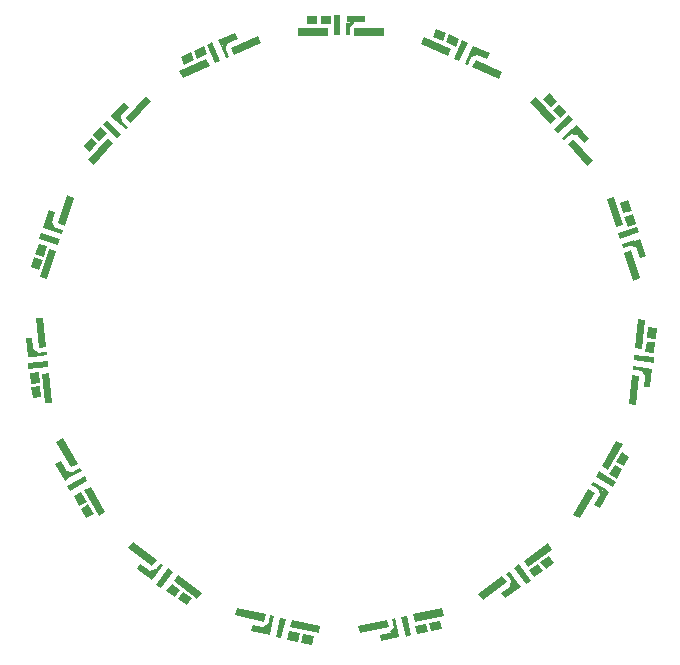
<source format=gtp>
G75*
%MOIN*%
%OFA0B0*%
%FSLAX25Y25*%
%IPPOS*%
%LPD*%
%AMOC8*
5,1,8,0,0,1.08239X$1,22.5*
%
%ADD10R,0.09843X0.02500*%
%ADD11R,0.06693X0.01969*%
%ADD12R,0.06299X0.02165*%
%ADD13R,0.04331X0.01181*%
%ADD14R,0.02362X0.01181*%
%ADD15R,0.01969X0.06693*%
%ADD16R,0.01181X0.04331*%
%ADD17R,0.03642X0.02913*%
D10*
G36*
X0042557Y0040036D02*
X0050518Y0034252D01*
X0049049Y0032230D01*
X0041088Y0038014D01*
X0042557Y0040036D01*
G37*
G36*
X0028488Y0058588D02*
X0033408Y0050066D01*
X0031242Y0048816D01*
X0026322Y0057338D01*
X0028488Y0058588D01*
G37*
G36*
X0019213Y0074786D02*
X0024133Y0066264D01*
X0021967Y0065014D01*
X0017047Y0073536D01*
X0019213Y0074786D01*
G37*
G36*
X0014602Y0096355D02*
X0015631Y0086568D01*
X0013146Y0086307D01*
X0012117Y0096094D01*
X0014602Y0096355D01*
G37*
G36*
X0012717Y0114925D02*
X0013746Y0105138D01*
X0011261Y0104877D01*
X0010232Y0114664D01*
X0012717Y0114925D01*
G37*
G36*
X0017091Y0137145D02*
X0014051Y0127786D01*
X0011673Y0128559D01*
X0014713Y0137918D01*
X0017091Y0137145D01*
G37*
G36*
X0022922Y0154877D02*
X0019882Y0145518D01*
X0017504Y0146291D01*
X0020544Y0155650D01*
X0022922Y0154877D01*
G37*
G36*
X0036099Y0173182D02*
X0029515Y0165869D01*
X0027657Y0167542D01*
X0034241Y0174855D01*
X0036099Y0173182D01*
G37*
G36*
X0048638Y0187009D02*
X0042054Y0179696D01*
X0040196Y0181369D01*
X0046780Y0188682D01*
X0048638Y0187009D01*
G37*
G36*
X0068112Y0198873D02*
X0059122Y0194871D01*
X0058106Y0197155D01*
X0067096Y0201157D01*
X0068112Y0198873D01*
G37*
G36*
X0085191Y0206404D02*
X0076201Y0202402D01*
X0075185Y0204686D01*
X0084175Y0208688D01*
X0085191Y0206404D01*
G37*
X0102769Y0210170D03*
X0121435Y0210103D03*
G36*
X0147729Y0202041D02*
X0138739Y0206043D01*
X0139755Y0208327D01*
X0148745Y0204325D01*
X0147729Y0202041D01*
G37*
G36*
X0164754Y0194389D02*
X0155764Y0198391D01*
X0156780Y0200675D01*
X0165770Y0196673D01*
X0164754Y0194389D01*
G37*
G36*
X0181596Y0179374D02*
X0175012Y0186687D01*
X0176870Y0188360D01*
X0183454Y0181047D01*
X0181596Y0179374D01*
G37*
G36*
X0194037Y0165459D02*
X0187453Y0172772D01*
X0189311Y0174445D01*
X0195895Y0167132D01*
X0194037Y0165459D01*
G37*
G36*
X0203630Y0145006D02*
X0200590Y0154365D01*
X0202968Y0155138D01*
X0206008Y0145779D01*
X0203630Y0145006D01*
G37*
G36*
X0209335Y0127233D02*
X0206295Y0136592D01*
X0208673Y0137365D01*
X0211713Y0128006D01*
X0209335Y0127233D01*
G37*
G36*
X0209912Y0104614D02*
X0210941Y0114401D01*
X0213426Y0114140D01*
X0212397Y0104353D01*
X0209912Y0104614D01*
G37*
G36*
X0207895Y0086057D02*
X0208924Y0095844D01*
X0211409Y0095583D01*
X0210380Y0085796D01*
X0207895Y0086057D01*
G37*
G36*
X0198818Y0065396D02*
X0203738Y0073918D01*
X0205904Y0072668D01*
X0200984Y0064146D01*
X0198818Y0065396D01*
G37*
G36*
X0189427Y0049264D02*
X0194347Y0057786D01*
X0196513Y0056536D01*
X0191593Y0048014D01*
X0189427Y0049264D01*
G37*
G36*
X0172857Y0033841D02*
X0180818Y0039625D01*
X0182287Y0037603D01*
X0174326Y0031819D01*
X0172857Y0033841D01*
G37*
G36*
X0157717Y0022923D02*
X0165678Y0028707D01*
X0167147Y0026685D01*
X0159186Y0020901D01*
X0157717Y0022923D01*
G37*
G36*
X0135988Y0016008D02*
X0145614Y0018054D01*
X0146134Y0015610D01*
X0136508Y0013564D01*
X0135988Y0016008D01*
G37*
G36*
X0117717Y0012192D02*
X0127343Y0014238D01*
X0127863Y0011794D01*
X0118237Y0009748D01*
X0117717Y0012192D01*
G37*
G36*
X0095456Y0014129D02*
X0105082Y0012083D01*
X0104562Y0009639D01*
X0094936Y0011685D01*
X0095456Y0014129D01*
G37*
G36*
X0077212Y0018075D02*
X0086838Y0016029D01*
X0086318Y0013585D01*
X0076692Y0015631D01*
X0077212Y0018075D01*
G37*
G36*
X0057619Y0029010D02*
X0065580Y0023226D01*
X0064111Y0021204D01*
X0056150Y0026988D01*
X0057619Y0029010D01*
G37*
D11*
G36*
X0050432Y0025925D02*
X0054364Y0031338D01*
X0055956Y0030181D01*
X0052024Y0024768D01*
X0050432Y0025925D01*
G37*
G36*
X0020666Y0058693D02*
X0026460Y0062038D01*
X0027444Y0060333D01*
X0021650Y0056988D01*
X0020666Y0058693D01*
G37*
G36*
X0007500Y0099631D02*
X0014154Y0100331D01*
X0014360Y0098375D01*
X0007706Y0097675D01*
X0007500Y0099631D01*
G37*
G36*
X0011935Y0143028D02*
X0018299Y0140961D01*
X0017691Y0139090D01*
X0011327Y0141157D01*
X0011935Y0143028D01*
G37*
G36*
X0033782Y0180654D02*
X0038754Y0176177D01*
X0037438Y0174714D01*
X0032466Y0179191D01*
X0033782Y0180654D01*
G37*
G36*
X0069034Y0206640D02*
X0071755Y0200528D01*
X0069958Y0199728D01*
X0067237Y0205840D01*
X0069034Y0206640D01*
G37*
G36*
X0154117Y0206554D02*
X0151396Y0200442D01*
X0149599Y0201242D01*
X0152320Y0207354D01*
X0154117Y0206554D01*
G37*
G36*
X0189268Y0180898D02*
X0184296Y0176421D01*
X0182980Y0177884D01*
X0187952Y0182361D01*
X0189268Y0180898D01*
G37*
G36*
X0211260Y0143278D02*
X0204896Y0141211D01*
X0204288Y0143082D01*
X0210652Y0145149D01*
X0211260Y0143278D01*
G37*
G36*
X0216177Y0099932D02*
X0209523Y0100632D01*
X0209729Y0102588D01*
X0216383Y0101888D01*
X0216177Y0099932D01*
G37*
G36*
X0202638Y0058570D02*
X0196844Y0061915D01*
X0197828Y0063620D01*
X0203622Y0060275D01*
X0202638Y0058570D01*
G37*
G36*
X0173570Y0026051D02*
X0169638Y0031464D01*
X0171230Y0032621D01*
X0175162Y0027208D01*
X0173570Y0026051D01*
G37*
G36*
X0133473Y0008602D02*
X0132081Y0015147D01*
X0134005Y0015556D01*
X0135397Y0009011D01*
X0133473Y0008602D01*
G37*
G36*
X0090144Y0008388D02*
X0091536Y0014933D01*
X0093460Y0014524D01*
X0092068Y0007979D01*
X0090144Y0008388D01*
G37*
D12*
G36*
X0088187Y0009013D02*
X0082027Y0010323D01*
X0082477Y0012439D01*
X0088637Y0011129D01*
X0088187Y0009013D01*
G37*
G36*
X0131429Y0008377D02*
X0125269Y0007067D01*
X0124819Y0009183D01*
X0130979Y0010493D01*
X0131429Y0008377D01*
G37*
G36*
X0171795Y0025014D02*
X0166701Y0021313D01*
X0165429Y0023064D01*
X0170523Y0026765D01*
X0171795Y0025014D01*
G37*
G36*
X0201438Y0056901D02*
X0198290Y0051447D01*
X0196416Y0052529D01*
X0199564Y0057983D01*
X0201438Y0056901D01*
G37*
G36*
X0215760Y0097919D02*
X0215101Y0091657D01*
X0212950Y0091883D01*
X0213609Y0098145D01*
X0215760Y0097919D01*
G37*
G36*
X0211697Y0141270D02*
X0213644Y0135281D01*
X0211587Y0134612D01*
X0209640Y0140601D01*
X0211697Y0141270D01*
G37*
G36*
X0190485Y0179242D02*
X0194699Y0174562D01*
X0193091Y0173114D01*
X0188877Y0177794D01*
X0190485Y0179242D01*
G37*
G36*
X0155904Y0205535D02*
X0161656Y0202974D01*
X0160776Y0200997D01*
X0155024Y0203558D01*
X0155904Y0205535D01*
G37*
X0116885Y0214354D03*
G36*
X0070986Y0207286D02*
X0076738Y0209847D01*
X0077618Y0207870D01*
X0071866Y0205309D01*
X0070986Y0207286D01*
G37*
G36*
X0035302Y0182037D02*
X0039516Y0186717D01*
X0041124Y0185269D01*
X0036910Y0180589D01*
X0035302Y0182037D01*
G37*
G36*
X0012762Y0144910D02*
X0014709Y0150899D01*
X0016766Y0150230D01*
X0014819Y0144241D01*
X0012762Y0144910D01*
G37*
G36*
X0007490Y0101687D02*
X0006831Y0107949D01*
X0008982Y0108175D01*
X0009641Y0101913D01*
X0007490Y0101687D01*
G37*
G36*
X0019820Y0060566D02*
X0016672Y0066020D01*
X0018546Y0067102D01*
X0021694Y0061648D01*
X0019820Y0060566D01*
G37*
G36*
X0048896Y0027293D02*
X0043802Y0030994D01*
X0045074Y0032745D01*
X0050168Y0029044D01*
X0048896Y0027293D01*
G37*
D13*
G36*
X0052743Y0032533D02*
X0050199Y0029031D01*
X0049245Y0029725D01*
X0051789Y0033227D01*
X0052743Y0032533D01*
G37*
G36*
X0025466Y0063789D02*
X0021718Y0061625D01*
X0021128Y0062647D01*
X0024876Y0064811D01*
X0025466Y0063789D01*
G37*
G36*
X0013958Y0102335D02*
X0009653Y0101882D01*
X0009530Y0103055D01*
X0013835Y0103508D01*
X0013958Y0102335D01*
G37*
G36*
X0018935Y0142871D02*
X0014818Y0144208D01*
X0015183Y0145331D01*
X0019300Y0143994D01*
X0018935Y0142871D01*
G37*
G36*
X0040112Y0177663D02*
X0036895Y0180560D01*
X0037684Y0181437D01*
X0040901Y0178540D01*
X0040112Y0177663D01*
G37*
G36*
X0073600Y0201334D02*
X0071840Y0205288D01*
X0072918Y0205768D01*
X0074678Y0201814D01*
X0073600Y0201334D01*
G37*
G36*
X0153230Y0199609D02*
X0154990Y0203563D01*
X0156068Y0203083D01*
X0154308Y0199129D01*
X0153230Y0199609D01*
G37*
G36*
X0185633Y0174915D02*
X0188850Y0177812D01*
X0189639Y0176935D01*
X0186422Y0174038D01*
X0185633Y0174915D01*
G37*
G36*
X0205504Y0139292D02*
X0209621Y0140629D01*
X0209986Y0139506D01*
X0205869Y0138169D01*
X0205504Y0139292D01*
G37*
G36*
X0209298Y0098631D02*
X0213603Y0098178D01*
X0213480Y0097005D01*
X0209175Y0097458D01*
X0209298Y0098631D01*
G37*
G36*
X0195825Y0060179D02*
X0199573Y0058015D01*
X0198983Y0056993D01*
X0195235Y0059157D01*
X0195825Y0060179D01*
G37*
G36*
X0168000Y0030293D02*
X0170544Y0026791D01*
X0169590Y0026097D01*
X0167046Y0029599D01*
X0168000Y0030293D01*
G37*
G36*
X0130108Y0014743D02*
X0131009Y0010508D01*
X0129856Y0010263D01*
X0128955Y0014498D01*
X0130108Y0014743D01*
G37*
G36*
X0089569Y0015366D02*
X0088668Y0011131D01*
X0087515Y0011376D01*
X0088416Y0015611D01*
X0089569Y0015366D01*
G37*
D14*
G36*
X0086062Y0011686D02*
X0088042Y0012972D01*
X0088684Y0011982D01*
X0086704Y0010696D01*
X0086062Y0011686D01*
G37*
G36*
X0048043Y0030598D02*
X0050375Y0030968D01*
X0050559Y0029804D01*
X0048227Y0029434D01*
X0048043Y0030598D01*
G37*
G36*
X0020385Y0063933D02*
X0022666Y0063322D01*
X0022361Y0062183D01*
X0020080Y0062794D01*
X0020385Y0063933D01*
G37*
G36*
X0009375Y0104533D02*
X0011210Y0103048D01*
X0010467Y0102131D01*
X0008632Y0103616D01*
X0009375Y0104533D01*
G37*
G36*
X0015642Y0146744D02*
X0016713Y0144640D01*
X0015662Y0144104D01*
X0014591Y0146208D01*
X0015642Y0146744D01*
G37*
G36*
X0038679Y0182540D02*
X0038803Y0180182D01*
X0037625Y0180120D01*
X0037501Y0182478D01*
X0038679Y0182540D01*
G37*
G36*
X0074276Y0206372D02*
X0073429Y0204168D01*
X0072328Y0204590D01*
X0073175Y0206794D01*
X0074276Y0206372D01*
G37*
G36*
X0116370Y0213263D02*
X0114701Y0211594D01*
X0113866Y0212429D01*
X0115535Y0214098D01*
X0116370Y0213263D01*
G37*
G36*
X0157425Y0202480D02*
X0155221Y0201633D01*
X0154799Y0202734D01*
X0157003Y0203581D01*
X0157425Y0202480D01*
G37*
G36*
X0190633Y0175830D02*
X0188275Y0175954D01*
X0188337Y0177132D01*
X0190695Y0177008D01*
X0190633Y0175830D01*
G37*
G36*
X0210445Y0138094D02*
X0208341Y0139165D01*
X0208877Y0140216D01*
X0210981Y0139145D01*
X0210445Y0138094D01*
G37*
G36*
X0213324Y0095527D02*
X0211839Y0097362D01*
X0212756Y0098105D01*
X0214241Y0096270D01*
X0213324Y0095527D01*
G37*
G36*
X0198240Y0055707D02*
X0197629Y0057988D01*
X0198768Y0058293D01*
X0199379Y0056012D01*
X0198240Y0055707D01*
G37*
G36*
X0168388Y0025224D02*
X0168758Y0027556D01*
X0169922Y0027372D01*
X0169552Y0025040D01*
X0168388Y0025224D01*
G37*
G36*
X0128401Y0009954D02*
X0129687Y0011934D01*
X0130677Y0011292D01*
X0129391Y0009312D01*
X0128401Y0009954D01*
G37*
D15*
X0110707Y0212295D03*
D16*
X0114294Y0211100D03*
D17*
X0106882Y0214138D03*
X0102157Y0214138D03*
G36*
X0062893Y0203803D02*
X0066219Y0205284D01*
X0067403Y0202625D01*
X0064077Y0201144D01*
X0062893Y0203803D01*
G37*
G36*
X0058577Y0201882D02*
X0061903Y0203363D01*
X0063087Y0200704D01*
X0059761Y0199223D01*
X0058577Y0201882D01*
G37*
G36*
X0029227Y0175700D02*
X0031663Y0178406D01*
X0033827Y0176458D01*
X0031391Y0173752D01*
X0029227Y0175700D01*
G37*
G36*
X0026066Y0172189D02*
X0028502Y0174895D01*
X0030666Y0172947D01*
X0028230Y0170241D01*
X0026066Y0172189D01*
G37*
G36*
X0010092Y0136108D02*
X0011217Y0139570D01*
X0013986Y0138670D01*
X0012861Y0135208D01*
X0010092Y0136108D01*
G37*
G36*
X0008632Y0131615D02*
X0009757Y0135077D01*
X0012526Y0134177D01*
X0011401Y0130715D01*
X0008632Y0131615D01*
G37*
G36*
X0008644Y0092787D02*
X0008263Y0096408D01*
X0011158Y0096713D01*
X0011539Y0093092D01*
X0008644Y0092787D01*
G37*
G36*
X0009138Y0088089D02*
X0008757Y0091710D01*
X0011652Y0092015D01*
X0012033Y0088394D01*
X0009138Y0088089D01*
G37*
G36*
X0024665Y0052132D02*
X0022844Y0055286D01*
X0025365Y0056742D01*
X0027186Y0053588D01*
X0024665Y0052132D01*
G37*
G36*
X0027027Y0048041D02*
X0025206Y0051195D01*
X0027727Y0052651D01*
X0029548Y0049497D01*
X0027027Y0048041D01*
G37*
G36*
X0056679Y0021732D02*
X0053733Y0023873D01*
X0055445Y0026228D01*
X0058391Y0024087D01*
X0056679Y0021732D01*
G37*
G36*
X0060501Y0018955D02*
X0057555Y0021096D01*
X0059267Y0023451D01*
X0062213Y0021310D01*
X0060501Y0018955D01*
G37*
G36*
X0097626Y0006833D02*
X0094065Y0007590D01*
X0094670Y0010437D01*
X0098231Y0009680D01*
X0097626Y0006833D01*
G37*
G36*
X0102247Y0005851D02*
X0098686Y0006608D01*
X0099291Y0009455D01*
X0102852Y0008698D01*
X0102247Y0005851D01*
G37*
G36*
X0140908Y0010086D02*
X0137347Y0009329D01*
X0136742Y0012176D01*
X0140303Y0012933D01*
X0140908Y0010086D01*
G37*
G36*
X0145529Y0011068D02*
X0141968Y0010311D01*
X0141363Y0013158D01*
X0144924Y0013915D01*
X0145529Y0011068D01*
G37*
G36*
X0179245Y0030475D02*
X0176299Y0028334D01*
X0174587Y0030689D01*
X0177533Y0032830D01*
X0179245Y0030475D01*
G37*
G36*
X0183067Y0033252D02*
X0180121Y0031111D01*
X0178409Y0033466D01*
X0181355Y0035607D01*
X0183067Y0033252D01*
G37*
G36*
X0205741Y0064405D02*
X0203920Y0061251D01*
X0201399Y0062707D01*
X0203220Y0065861D01*
X0205741Y0064405D01*
G37*
G36*
X0208103Y0068496D02*
X0206282Y0065342D01*
X0203761Y0066798D01*
X0205582Y0069952D01*
X0208103Y0068496D01*
G37*
G36*
X0216711Y0106628D02*
X0216330Y0103007D01*
X0213435Y0103312D01*
X0213816Y0106933D01*
X0216711Y0106628D01*
G37*
G36*
X0217204Y0111327D02*
X0216823Y0107706D01*
X0213928Y0108011D01*
X0214309Y0111632D01*
X0217204Y0111327D01*
G37*
G36*
X0209143Y0149479D02*
X0210268Y0146017D01*
X0207499Y0145117D01*
X0206374Y0148579D01*
X0209143Y0149479D01*
G37*
G36*
X0207683Y0153973D02*
X0208808Y0150511D01*
X0206039Y0149611D01*
X0204914Y0153073D01*
X0207683Y0153973D01*
G37*
G36*
X0184704Y0186123D02*
X0187140Y0183417D01*
X0184976Y0181469D01*
X0182540Y0184175D01*
X0184704Y0186123D01*
G37*
G36*
X0181543Y0189634D02*
X0183979Y0186928D01*
X0181815Y0184980D01*
X0179379Y0187686D01*
X0181543Y0189634D01*
G37*
G36*
X0148052Y0209297D02*
X0151378Y0207816D01*
X0150194Y0205157D01*
X0146868Y0206638D01*
X0148052Y0209297D01*
G37*
G36*
X0143736Y0211218D02*
X0147062Y0209737D01*
X0145878Y0207078D01*
X0142552Y0208559D01*
X0143736Y0211218D01*
G37*
M02*

</source>
